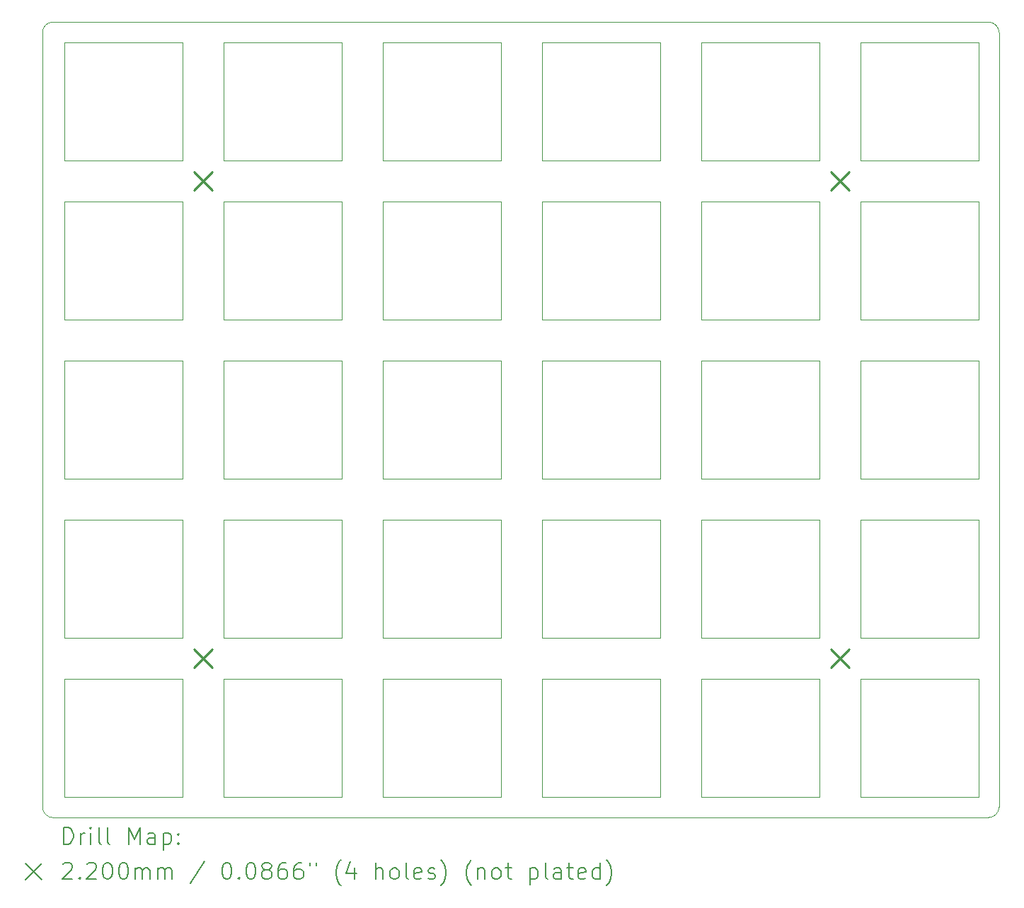
<source format=gbr>
%TF.GenerationSoftware,KiCad,Pcbnew,7.0.5*%
%TF.CreationDate,2024-09-25T00:21:01+08:00*%
%TF.ProjectId,TPS,5450532e-6b69-4636-9164-5f7063625858,rev?*%
%TF.SameCoordinates,Original*%
%TF.FileFunction,Drillmap*%
%TF.FilePolarity,Positive*%
%FSLAX45Y45*%
G04 Gerber Fmt 4.5, Leading zero omitted, Abs format (unit mm)*
G04 Created by KiCad (PCBNEW 7.0.5) date 2024-09-25 00:21:01*
%MOMM*%
%LPD*%
G01*
G04 APERTURE LIST*
%ADD10C,0.120000*%
%ADD11C,0.200000*%
%ADD12C,0.220000*%
G04 APERTURE END LIST*
D10*
X10965000Y-10767500D02*
X12375000Y-10767500D01*
X12375000Y-12177500D01*
X10965000Y-12177500D01*
X10965000Y-10767500D01*
X16680000Y-10767500D02*
X18090000Y-10767500D01*
X18090000Y-12177500D01*
X16680000Y-12177500D01*
X16680000Y-10767500D01*
X9060000Y-10767500D02*
X10470000Y-10767500D01*
X10470000Y-12177500D01*
X9060000Y-12177500D01*
X9060000Y-10767500D01*
X14775000Y-10767500D02*
X16185000Y-10767500D01*
X16185000Y-12177500D01*
X14775000Y-12177500D01*
X14775000Y-10767500D01*
X12870000Y-10767500D02*
X14280000Y-10767500D01*
X14280000Y-12177500D01*
X12870000Y-12177500D01*
X12870000Y-10767500D01*
X18585000Y-10767500D02*
X19995000Y-10767500D01*
X19995000Y-12177500D01*
X18585000Y-12177500D01*
X18585000Y-10767500D01*
X14775000Y-6957500D02*
X16185000Y-6957500D01*
X16185000Y-8367500D01*
X14775000Y-8367500D01*
X14775000Y-6957500D01*
X12870000Y-5052500D02*
X14280000Y-5052500D01*
X14280000Y-6462500D01*
X12870000Y-6462500D01*
X12870000Y-5052500D01*
X14775000Y-8862500D02*
X16185000Y-8862500D01*
X16185000Y-10272500D01*
X14775000Y-10272500D01*
X14775000Y-8862500D01*
X16680000Y-6957500D02*
X18090000Y-6957500D01*
X18090000Y-8367500D01*
X16680000Y-8367500D01*
X16680000Y-6957500D01*
X16680000Y-5052500D02*
X18090000Y-5052500D01*
X18090000Y-6462500D01*
X16680000Y-6462500D01*
X16680000Y-5052500D01*
X9060000Y-8862500D02*
X10470000Y-8862500D01*
X10470000Y-10272500D01*
X9060000Y-10272500D01*
X9060000Y-8862500D01*
X18585000Y-8862500D02*
X19995000Y-8862500D01*
X19995000Y-10272500D01*
X18585000Y-10272500D01*
X18585000Y-8862500D01*
X18585000Y-3147500D02*
X19995000Y-3147500D01*
X19995000Y-4557500D01*
X18585000Y-4557500D01*
X18585000Y-3147500D01*
X12870000Y-3147500D02*
X14280000Y-3147500D01*
X14280000Y-4557500D01*
X12870000Y-4557500D01*
X12870000Y-3147500D01*
X12870000Y-8862500D02*
X14280000Y-8862500D01*
X14280000Y-10272500D01*
X12870000Y-10272500D01*
X12870000Y-8862500D01*
X14775000Y-3147500D02*
X16185000Y-3147500D01*
X16185000Y-4557500D01*
X14775000Y-4557500D01*
X14775000Y-3147500D01*
X16680000Y-3147500D02*
X18090000Y-3147500D01*
X18090000Y-4557500D01*
X16680000Y-4557500D01*
X16680000Y-3147500D01*
X10965000Y-3147500D02*
X12375000Y-3147500D01*
X12375000Y-4557500D01*
X10965000Y-4557500D01*
X10965000Y-3147500D01*
X9060000Y-6957500D02*
X10470000Y-6957500D01*
X10470000Y-8367500D01*
X9060000Y-8367500D01*
X9060000Y-6957500D01*
X20115500Y-2900000D02*
X8924500Y-2900000D01*
X8797500Y-12298000D02*
G75*
G03*
X8924500Y-12425000I127000J0D01*
G01*
X14775000Y-5052500D02*
X16185000Y-5052500D01*
X16185000Y-6462500D01*
X14775000Y-6462500D01*
X14775000Y-5052500D01*
X18585000Y-5052500D02*
X19995000Y-5052500D01*
X19995000Y-6462500D01*
X18585000Y-6462500D01*
X18585000Y-5052500D01*
X12870000Y-6957500D02*
X14280000Y-6957500D01*
X14280000Y-8367500D01*
X12870000Y-8367500D01*
X12870000Y-6957500D01*
X9060000Y-3147500D02*
X10470000Y-3147500D01*
X10470000Y-4557500D01*
X9060000Y-4557500D01*
X9060000Y-3147500D01*
X8924500Y-2900000D02*
G75*
G03*
X8797500Y-3027000I0J-127000D01*
G01*
X20242500Y-12298000D02*
X20242500Y-3027000D01*
X20115500Y-12425000D02*
X8924500Y-12425000D01*
X8797500Y-3027000D02*
X8797500Y-12298000D01*
X20115500Y-12425000D02*
G75*
G03*
X20242500Y-12298000I0J127000D01*
G01*
X10965000Y-5052500D02*
X12375000Y-5052500D01*
X12375000Y-6462500D01*
X10965000Y-6462500D01*
X10965000Y-5052500D01*
X16680000Y-8862500D02*
X18090000Y-8862500D01*
X18090000Y-10272500D01*
X16680000Y-10272500D01*
X16680000Y-8862500D01*
X20242500Y-3027000D02*
G75*
G03*
X20115500Y-2900000I-127000J0D01*
G01*
X18585000Y-6957500D02*
X19995000Y-6957500D01*
X19995000Y-8367500D01*
X18585000Y-8367500D01*
X18585000Y-6957500D01*
X10965000Y-6957500D02*
X12375000Y-6957500D01*
X12375000Y-8367500D01*
X10965000Y-8367500D01*
X10965000Y-6957500D01*
X9060000Y-5052500D02*
X10470000Y-5052500D01*
X10470000Y-6462500D01*
X9060000Y-6462500D01*
X9060000Y-5052500D01*
X10965000Y-8862500D02*
X12375000Y-8862500D01*
X12375000Y-10272500D01*
X10965000Y-10272500D01*
X10965000Y-8862500D01*
D11*
D12*
X10607500Y-4695000D02*
X10827500Y-4915000D01*
X10827500Y-4695000D02*
X10607500Y-4915000D01*
X10607500Y-10410000D02*
X10827500Y-10630000D01*
X10827500Y-10410000D02*
X10607500Y-10630000D01*
X18227500Y-4695000D02*
X18447500Y-4915000D01*
X18447500Y-4695000D02*
X18227500Y-4915000D01*
X18227500Y-10410000D02*
X18447500Y-10630000D01*
X18447500Y-10410000D02*
X18227500Y-10630000D01*
D11*
X9052277Y-12742484D02*
X9052277Y-12542484D01*
X9052277Y-12542484D02*
X9099896Y-12542484D01*
X9099896Y-12542484D02*
X9128467Y-12552008D01*
X9128467Y-12552008D02*
X9147515Y-12571055D01*
X9147515Y-12571055D02*
X9157039Y-12590103D01*
X9157039Y-12590103D02*
X9166563Y-12628198D01*
X9166563Y-12628198D02*
X9166563Y-12656769D01*
X9166563Y-12656769D02*
X9157039Y-12694865D01*
X9157039Y-12694865D02*
X9147515Y-12713912D01*
X9147515Y-12713912D02*
X9128467Y-12732960D01*
X9128467Y-12732960D02*
X9099896Y-12742484D01*
X9099896Y-12742484D02*
X9052277Y-12742484D01*
X9252277Y-12742484D02*
X9252277Y-12609150D01*
X9252277Y-12647246D02*
X9261801Y-12628198D01*
X9261801Y-12628198D02*
X9271324Y-12618674D01*
X9271324Y-12618674D02*
X9290372Y-12609150D01*
X9290372Y-12609150D02*
X9309420Y-12609150D01*
X9376086Y-12742484D02*
X9376086Y-12609150D01*
X9376086Y-12542484D02*
X9366563Y-12552008D01*
X9366563Y-12552008D02*
X9376086Y-12561531D01*
X9376086Y-12561531D02*
X9385610Y-12552008D01*
X9385610Y-12552008D02*
X9376086Y-12542484D01*
X9376086Y-12542484D02*
X9376086Y-12561531D01*
X9499896Y-12742484D02*
X9480848Y-12732960D01*
X9480848Y-12732960D02*
X9471324Y-12713912D01*
X9471324Y-12713912D02*
X9471324Y-12542484D01*
X9604658Y-12742484D02*
X9585610Y-12732960D01*
X9585610Y-12732960D02*
X9576086Y-12713912D01*
X9576086Y-12713912D02*
X9576086Y-12542484D01*
X9833229Y-12742484D02*
X9833229Y-12542484D01*
X9833229Y-12542484D02*
X9899896Y-12685341D01*
X9899896Y-12685341D02*
X9966563Y-12542484D01*
X9966563Y-12542484D02*
X9966563Y-12742484D01*
X10147515Y-12742484D02*
X10147515Y-12637722D01*
X10147515Y-12637722D02*
X10137991Y-12618674D01*
X10137991Y-12618674D02*
X10118944Y-12609150D01*
X10118944Y-12609150D02*
X10080848Y-12609150D01*
X10080848Y-12609150D02*
X10061801Y-12618674D01*
X10147515Y-12732960D02*
X10128467Y-12742484D01*
X10128467Y-12742484D02*
X10080848Y-12742484D01*
X10080848Y-12742484D02*
X10061801Y-12732960D01*
X10061801Y-12732960D02*
X10052277Y-12713912D01*
X10052277Y-12713912D02*
X10052277Y-12694865D01*
X10052277Y-12694865D02*
X10061801Y-12675817D01*
X10061801Y-12675817D02*
X10080848Y-12666293D01*
X10080848Y-12666293D02*
X10128467Y-12666293D01*
X10128467Y-12666293D02*
X10147515Y-12656769D01*
X10242753Y-12609150D02*
X10242753Y-12809150D01*
X10242753Y-12618674D02*
X10261801Y-12609150D01*
X10261801Y-12609150D02*
X10299896Y-12609150D01*
X10299896Y-12609150D02*
X10318944Y-12618674D01*
X10318944Y-12618674D02*
X10328467Y-12628198D01*
X10328467Y-12628198D02*
X10337991Y-12647246D01*
X10337991Y-12647246D02*
X10337991Y-12704388D01*
X10337991Y-12704388D02*
X10328467Y-12723436D01*
X10328467Y-12723436D02*
X10318944Y-12732960D01*
X10318944Y-12732960D02*
X10299896Y-12742484D01*
X10299896Y-12742484D02*
X10261801Y-12742484D01*
X10261801Y-12742484D02*
X10242753Y-12732960D01*
X10423705Y-12723436D02*
X10433229Y-12732960D01*
X10433229Y-12732960D02*
X10423705Y-12742484D01*
X10423705Y-12742484D02*
X10414182Y-12732960D01*
X10414182Y-12732960D02*
X10423705Y-12723436D01*
X10423705Y-12723436D02*
X10423705Y-12742484D01*
X10423705Y-12618674D02*
X10433229Y-12628198D01*
X10433229Y-12628198D02*
X10423705Y-12637722D01*
X10423705Y-12637722D02*
X10414182Y-12628198D01*
X10414182Y-12628198D02*
X10423705Y-12618674D01*
X10423705Y-12618674D02*
X10423705Y-12637722D01*
X8591500Y-12971000D02*
X8791500Y-13171000D01*
X8791500Y-12971000D02*
X8591500Y-13171000D01*
X9042753Y-12981531D02*
X9052277Y-12972008D01*
X9052277Y-12972008D02*
X9071324Y-12962484D01*
X9071324Y-12962484D02*
X9118944Y-12962484D01*
X9118944Y-12962484D02*
X9137991Y-12972008D01*
X9137991Y-12972008D02*
X9147515Y-12981531D01*
X9147515Y-12981531D02*
X9157039Y-13000579D01*
X9157039Y-13000579D02*
X9157039Y-13019627D01*
X9157039Y-13019627D02*
X9147515Y-13048198D01*
X9147515Y-13048198D02*
X9033229Y-13162484D01*
X9033229Y-13162484D02*
X9157039Y-13162484D01*
X9242753Y-13143436D02*
X9252277Y-13152960D01*
X9252277Y-13152960D02*
X9242753Y-13162484D01*
X9242753Y-13162484D02*
X9233229Y-13152960D01*
X9233229Y-13152960D02*
X9242753Y-13143436D01*
X9242753Y-13143436D02*
X9242753Y-13162484D01*
X9328467Y-12981531D02*
X9337991Y-12972008D01*
X9337991Y-12972008D02*
X9357039Y-12962484D01*
X9357039Y-12962484D02*
X9404658Y-12962484D01*
X9404658Y-12962484D02*
X9423705Y-12972008D01*
X9423705Y-12972008D02*
X9433229Y-12981531D01*
X9433229Y-12981531D02*
X9442753Y-13000579D01*
X9442753Y-13000579D02*
X9442753Y-13019627D01*
X9442753Y-13019627D02*
X9433229Y-13048198D01*
X9433229Y-13048198D02*
X9318944Y-13162484D01*
X9318944Y-13162484D02*
X9442753Y-13162484D01*
X9566563Y-12962484D02*
X9585610Y-12962484D01*
X9585610Y-12962484D02*
X9604658Y-12972008D01*
X9604658Y-12972008D02*
X9614182Y-12981531D01*
X9614182Y-12981531D02*
X9623705Y-13000579D01*
X9623705Y-13000579D02*
X9633229Y-13038674D01*
X9633229Y-13038674D02*
X9633229Y-13086293D01*
X9633229Y-13086293D02*
X9623705Y-13124388D01*
X9623705Y-13124388D02*
X9614182Y-13143436D01*
X9614182Y-13143436D02*
X9604658Y-13152960D01*
X9604658Y-13152960D02*
X9585610Y-13162484D01*
X9585610Y-13162484D02*
X9566563Y-13162484D01*
X9566563Y-13162484D02*
X9547515Y-13152960D01*
X9547515Y-13152960D02*
X9537991Y-13143436D01*
X9537991Y-13143436D02*
X9528467Y-13124388D01*
X9528467Y-13124388D02*
X9518944Y-13086293D01*
X9518944Y-13086293D02*
X9518944Y-13038674D01*
X9518944Y-13038674D02*
X9528467Y-13000579D01*
X9528467Y-13000579D02*
X9537991Y-12981531D01*
X9537991Y-12981531D02*
X9547515Y-12972008D01*
X9547515Y-12972008D02*
X9566563Y-12962484D01*
X9757039Y-12962484D02*
X9776086Y-12962484D01*
X9776086Y-12962484D02*
X9795134Y-12972008D01*
X9795134Y-12972008D02*
X9804658Y-12981531D01*
X9804658Y-12981531D02*
X9814182Y-13000579D01*
X9814182Y-13000579D02*
X9823705Y-13038674D01*
X9823705Y-13038674D02*
X9823705Y-13086293D01*
X9823705Y-13086293D02*
X9814182Y-13124388D01*
X9814182Y-13124388D02*
X9804658Y-13143436D01*
X9804658Y-13143436D02*
X9795134Y-13152960D01*
X9795134Y-13152960D02*
X9776086Y-13162484D01*
X9776086Y-13162484D02*
X9757039Y-13162484D01*
X9757039Y-13162484D02*
X9737991Y-13152960D01*
X9737991Y-13152960D02*
X9728467Y-13143436D01*
X9728467Y-13143436D02*
X9718944Y-13124388D01*
X9718944Y-13124388D02*
X9709420Y-13086293D01*
X9709420Y-13086293D02*
X9709420Y-13038674D01*
X9709420Y-13038674D02*
X9718944Y-13000579D01*
X9718944Y-13000579D02*
X9728467Y-12981531D01*
X9728467Y-12981531D02*
X9737991Y-12972008D01*
X9737991Y-12972008D02*
X9757039Y-12962484D01*
X9909420Y-13162484D02*
X9909420Y-13029150D01*
X9909420Y-13048198D02*
X9918944Y-13038674D01*
X9918944Y-13038674D02*
X9937991Y-13029150D01*
X9937991Y-13029150D02*
X9966563Y-13029150D01*
X9966563Y-13029150D02*
X9985610Y-13038674D01*
X9985610Y-13038674D02*
X9995134Y-13057722D01*
X9995134Y-13057722D02*
X9995134Y-13162484D01*
X9995134Y-13057722D02*
X10004658Y-13038674D01*
X10004658Y-13038674D02*
X10023705Y-13029150D01*
X10023705Y-13029150D02*
X10052277Y-13029150D01*
X10052277Y-13029150D02*
X10071325Y-13038674D01*
X10071325Y-13038674D02*
X10080848Y-13057722D01*
X10080848Y-13057722D02*
X10080848Y-13162484D01*
X10176086Y-13162484D02*
X10176086Y-13029150D01*
X10176086Y-13048198D02*
X10185610Y-13038674D01*
X10185610Y-13038674D02*
X10204658Y-13029150D01*
X10204658Y-13029150D02*
X10233229Y-13029150D01*
X10233229Y-13029150D02*
X10252277Y-13038674D01*
X10252277Y-13038674D02*
X10261801Y-13057722D01*
X10261801Y-13057722D02*
X10261801Y-13162484D01*
X10261801Y-13057722D02*
X10271325Y-13038674D01*
X10271325Y-13038674D02*
X10290372Y-13029150D01*
X10290372Y-13029150D02*
X10318944Y-13029150D01*
X10318944Y-13029150D02*
X10337991Y-13038674D01*
X10337991Y-13038674D02*
X10347515Y-13057722D01*
X10347515Y-13057722D02*
X10347515Y-13162484D01*
X10737991Y-12952960D02*
X10566563Y-13210103D01*
X10995134Y-12962484D02*
X11014182Y-12962484D01*
X11014182Y-12962484D02*
X11033229Y-12972008D01*
X11033229Y-12972008D02*
X11042753Y-12981531D01*
X11042753Y-12981531D02*
X11052277Y-13000579D01*
X11052277Y-13000579D02*
X11061801Y-13038674D01*
X11061801Y-13038674D02*
X11061801Y-13086293D01*
X11061801Y-13086293D02*
X11052277Y-13124388D01*
X11052277Y-13124388D02*
X11042753Y-13143436D01*
X11042753Y-13143436D02*
X11033229Y-13152960D01*
X11033229Y-13152960D02*
X11014182Y-13162484D01*
X11014182Y-13162484D02*
X10995134Y-13162484D01*
X10995134Y-13162484D02*
X10976087Y-13152960D01*
X10976087Y-13152960D02*
X10966563Y-13143436D01*
X10966563Y-13143436D02*
X10957039Y-13124388D01*
X10957039Y-13124388D02*
X10947515Y-13086293D01*
X10947515Y-13086293D02*
X10947515Y-13038674D01*
X10947515Y-13038674D02*
X10957039Y-13000579D01*
X10957039Y-13000579D02*
X10966563Y-12981531D01*
X10966563Y-12981531D02*
X10976087Y-12972008D01*
X10976087Y-12972008D02*
X10995134Y-12962484D01*
X11147515Y-13143436D02*
X11157039Y-13152960D01*
X11157039Y-13152960D02*
X11147515Y-13162484D01*
X11147515Y-13162484D02*
X11137991Y-13152960D01*
X11137991Y-13152960D02*
X11147515Y-13143436D01*
X11147515Y-13143436D02*
X11147515Y-13162484D01*
X11280848Y-12962484D02*
X11299896Y-12962484D01*
X11299896Y-12962484D02*
X11318944Y-12972008D01*
X11318944Y-12972008D02*
X11328467Y-12981531D01*
X11328467Y-12981531D02*
X11337991Y-13000579D01*
X11337991Y-13000579D02*
X11347515Y-13038674D01*
X11347515Y-13038674D02*
X11347515Y-13086293D01*
X11347515Y-13086293D02*
X11337991Y-13124388D01*
X11337991Y-13124388D02*
X11328467Y-13143436D01*
X11328467Y-13143436D02*
X11318944Y-13152960D01*
X11318944Y-13152960D02*
X11299896Y-13162484D01*
X11299896Y-13162484D02*
X11280848Y-13162484D01*
X11280848Y-13162484D02*
X11261801Y-13152960D01*
X11261801Y-13152960D02*
X11252277Y-13143436D01*
X11252277Y-13143436D02*
X11242753Y-13124388D01*
X11242753Y-13124388D02*
X11233229Y-13086293D01*
X11233229Y-13086293D02*
X11233229Y-13038674D01*
X11233229Y-13038674D02*
X11242753Y-13000579D01*
X11242753Y-13000579D02*
X11252277Y-12981531D01*
X11252277Y-12981531D02*
X11261801Y-12972008D01*
X11261801Y-12972008D02*
X11280848Y-12962484D01*
X11461801Y-13048198D02*
X11442753Y-13038674D01*
X11442753Y-13038674D02*
X11433229Y-13029150D01*
X11433229Y-13029150D02*
X11423706Y-13010103D01*
X11423706Y-13010103D02*
X11423706Y-13000579D01*
X11423706Y-13000579D02*
X11433229Y-12981531D01*
X11433229Y-12981531D02*
X11442753Y-12972008D01*
X11442753Y-12972008D02*
X11461801Y-12962484D01*
X11461801Y-12962484D02*
X11499896Y-12962484D01*
X11499896Y-12962484D02*
X11518944Y-12972008D01*
X11518944Y-12972008D02*
X11528467Y-12981531D01*
X11528467Y-12981531D02*
X11537991Y-13000579D01*
X11537991Y-13000579D02*
X11537991Y-13010103D01*
X11537991Y-13010103D02*
X11528467Y-13029150D01*
X11528467Y-13029150D02*
X11518944Y-13038674D01*
X11518944Y-13038674D02*
X11499896Y-13048198D01*
X11499896Y-13048198D02*
X11461801Y-13048198D01*
X11461801Y-13048198D02*
X11442753Y-13057722D01*
X11442753Y-13057722D02*
X11433229Y-13067246D01*
X11433229Y-13067246D02*
X11423706Y-13086293D01*
X11423706Y-13086293D02*
X11423706Y-13124388D01*
X11423706Y-13124388D02*
X11433229Y-13143436D01*
X11433229Y-13143436D02*
X11442753Y-13152960D01*
X11442753Y-13152960D02*
X11461801Y-13162484D01*
X11461801Y-13162484D02*
X11499896Y-13162484D01*
X11499896Y-13162484D02*
X11518944Y-13152960D01*
X11518944Y-13152960D02*
X11528467Y-13143436D01*
X11528467Y-13143436D02*
X11537991Y-13124388D01*
X11537991Y-13124388D02*
X11537991Y-13086293D01*
X11537991Y-13086293D02*
X11528467Y-13067246D01*
X11528467Y-13067246D02*
X11518944Y-13057722D01*
X11518944Y-13057722D02*
X11499896Y-13048198D01*
X11709420Y-12962484D02*
X11671325Y-12962484D01*
X11671325Y-12962484D02*
X11652277Y-12972008D01*
X11652277Y-12972008D02*
X11642753Y-12981531D01*
X11642753Y-12981531D02*
X11623706Y-13010103D01*
X11623706Y-13010103D02*
X11614182Y-13048198D01*
X11614182Y-13048198D02*
X11614182Y-13124388D01*
X11614182Y-13124388D02*
X11623706Y-13143436D01*
X11623706Y-13143436D02*
X11633229Y-13152960D01*
X11633229Y-13152960D02*
X11652277Y-13162484D01*
X11652277Y-13162484D02*
X11690372Y-13162484D01*
X11690372Y-13162484D02*
X11709420Y-13152960D01*
X11709420Y-13152960D02*
X11718944Y-13143436D01*
X11718944Y-13143436D02*
X11728467Y-13124388D01*
X11728467Y-13124388D02*
X11728467Y-13076769D01*
X11728467Y-13076769D02*
X11718944Y-13057722D01*
X11718944Y-13057722D02*
X11709420Y-13048198D01*
X11709420Y-13048198D02*
X11690372Y-13038674D01*
X11690372Y-13038674D02*
X11652277Y-13038674D01*
X11652277Y-13038674D02*
X11633229Y-13048198D01*
X11633229Y-13048198D02*
X11623706Y-13057722D01*
X11623706Y-13057722D02*
X11614182Y-13076769D01*
X11899896Y-12962484D02*
X11861801Y-12962484D01*
X11861801Y-12962484D02*
X11842753Y-12972008D01*
X11842753Y-12972008D02*
X11833229Y-12981531D01*
X11833229Y-12981531D02*
X11814182Y-13010103D01*
X11814182Y-13010103D02*
X11804658Y-13048198D01*
X11804658Y-13048198D02*
X11804658Y-13124388D01*
X11804658Y-13124388D02*
X11814182Y-13143436D01*
X11814182Y-13143436D02*
X11823706Y-13152960D01*
X11823706Y-13152960D02*
X11842753Y-13162484D01*
X11842753Y-13162484D02*
X11880848Y-13162484D01*
X11880848Y-13162484D02*
X11899896Y-13152960D01*
X11899896Y-13152960D02*
X11909420Y-13143436D01*
X11909420Y-13143436D02*
X11918944Y-13124388D01*
X11918944Y-13124388D02*
X11918944Y-13076769D01*
X11918944Y-13076769D02*
X11909420Y-13057722D01*
X11909420Y-13057722D02*
X11899896Y-13048198D01*
X11899896Y-13048198D02*
X11880848Y-13038674D01*
X11880848Y-13038674D02*
X11842753Y-13038674D01*
X11842753Y-13038674D02*
X11823706Y-13048198D01*
X11823706Y-13048198D02*
X11814182Y-13057722D01*
X11814182Y-13057722D02*
X11804658Y-13076769D01*
X11995134Y-12962484D02*
X11995134Y-13000579D01*
X12071325Y-12962484D02*
X12071325Y-13000579D01*
X12366563Y-13238674D02*
X12357039Y-13229150D01*
X12357039Y-13229150D02*
X12337991Y-13200579D01*
X12337991Y-13200579D02*
X12328468Y-13181531D01*
X12328468Y-13181531D02*
X12318944Y-13152960D01*
X12318944Y-13152960D02*
X12309420Y-13105341D01*
X12309420Y-13105341D02*
X12309420Y-13067246D01*
X12309420Y-13067246D02*
X12318944Y-13019627D01*
X12318944Y-13019627D02*
X12328468Y-12991055D01*
X12328468Y-12991055D02*
X12337991Y-12972008D01*
X12337991Y-12972008D02*
X12357039Y-12943436D01*
X12357039Y-12943436D02*
X12366563Y-12933912D01*
X12528468Y-13029150D02*
X12528468Y-13162484D01*
X12480848Y-12952960D02*
X12433229Y-13095817D01*
X12433229Y-13095817D02*
X12557039Y-13095817D01*
X12785610Y-13162484D02*
X12785610Y-12962484D01*
X12871325Y-13162484D02*
X12871325Y-13057722D01*
X12871325Y-13057722D02*
X12861801Y-13038674D01*
X12861801Y-13038674D02*
X12842753Y-13029150D01*
X12842753Y-13029150D02*
X12814182Y-13029150D01*
X12814182Y-13029150D02*
X12795134Y-13038674D01*
X12795134Y-13038674D02*
X12785610Y-13048198D01*
X12995134Y-13162484D02*
X12976087Y-13152960D01*
X12976087Y-13152960D02*
X12966563Y-13143436D01*
X12966563Y-13143436D02*
X12957039Y-13124388D01*
X12957039Y-13124388D02*
X12957039Y-13067246D01*
X12957039Y-13067246D02*
X12966563Y-13048198D01*
X12966563Y-13048198D02*
X12976087Y-13038674D01*
X12976087Y-13038674D02*
X12995134Y-13029150D01*
X12995134Y-13029150D02*
X13023706Y-13029150D01*
X13023706Y-13029150D02*
X13042753Y-13038674D01*
X13042753Y-13038674D02*
X13052277Y-13048198D01*
X13052277Y-13048198D02*
X13061801Y-13067246D01*
X13061801Y-13067246D02*
X13061801Y-13124388D01*
X13061801Y-13124388D02*
X13052277Y-13143436D01*
X13052277Y-13143436D02*
X13042753Y-13152960D01*
X13042753Y-13152960D02*
X13023706Y-13162484D01*
X13023706Y-13162484D02*
X12995134Y-13162484D01*
X13176087Y-13162484D02*
X13157039Y-13152960D01*
X13157039Y-13152960D02*
X13147515Y-13133912D01*
X13147515Y-13133912D02*
X13147515Y-12962484D01*
X13328468Y-13152960D02*
X13309420Y-13162484D01*
X13309420Y-13162484D02*
X13271325Y-13162484D01*
X13271325Y-13162484D02*
X13252277Y-13152960D01*
X13252277Y-13152960D02*
X13242753Y-13133912D01*
X13242753Y-13133912D02*
X13242753Y-13057722D01*
X13242753Y-13057722D02*
X13252277Y-13038674D01*
X13252277Y-13038674D02*
X13271325Y-13029150D01*
X13271325Y-13029150D02*
X13309420Y-13029150D01*
X13309420Y-13029150D02*
X13328468Y-13038674D01*
X13328468Y-13038674D02*
X13337991Y-13057722D01*
X13337991Y-13057722D02*
X13337991Y-13076769D01*
X13337991Y-13076769D02*
X13242753Y-13095817D01*
X13414182Y-13152960D02*
X13433230Y-13162484D01*
X13433230Y-13162484D02*
X13471325Y-13162484D01*
X13471325Y-13162484D02*
X13490372Y-13152960D01*
X13490372Y-13152960D02*
X13499896Y-13133912D01*
X13499896Y-13133912D02*
X13499896Y-13124388D01*
X13499896Y-13124388D02*
X13490372Y-13105341D01*
X13490372Y-13105341D02*
X13471325Y-13095817D01*
X13471325Y-13095817D02*
X13442753Y-13095817D01*
X13442753Y-13095817D02*
X13423706Y-13086293D01*
X13423706Y-13086293D02*
X13414182Y-13067246D01*
X13414182Y-13067246D02*
X13414182Y-13057722D01*
X13414182Y-13057722D02*
X13423706Y-13038674D01*
X13423706Y-13038674D02*
X13442753Y-13029150D01*
X13442753Y-13029150D02*
X13471325Y-13029150D01*
X13471325Y-13029150D02*
X13490372Y-13038674D01*
X13566563Y-13238674D02*
X13576087Y-13229150D01*
X13576087Y-13229150D02*
X13595134Y-13200579D01*
X13595134Y-13200579D02*
X13604658Y-13181531D01*
X13604658Y-13181531D02*
X13614182Y-13152960D01*
X13614182Y-13152960D02*
X13623706Y-13105341D01*
X13623706Y-13105341D02*
X13623706Y-13067246D01*
X13623706Y-13067246D02*
X13614182Y-13019627D01*
X13614182Y-13019627D02*
X13604658Y-12991055D01*
X13604658Y-12991055D02*
X13595134Y-12972008D01*
X13595134Y-12972008D02*
X13576087Y-12943436D01*
X13576087Y-12943436D02*
X13566563Y-12933912D01*
X13928468Y-13238674D02*
X13918944Y-13229150D01*
X13918944Y-13229150D02*
X13899896Y-13200579D01*
X13899896Y-13200579D02*
X13890372Y-13181531D01*
X13890372Y-13181531D02*
X13880849Y-13152960D01*
X13880849Y-13152960D02*
X13871325Y-13105341D01*
X13871325Y-13105341D02*
X13871325Y-13067246D01*
X13871325Y-13067246D02*
X13880849Y-13019627D01*
X13880849Y-13019627D02*
X13890372Y-12991055D01*
X13890372Y-12991055D02*
X13899896Y-12972008D01*
X13899896Y-12972008D02*
X13918944Y-12943436D01*
X13918944Y-12943436D02*
X13928468Y-12933912D01*
X14004658Y-13029150D02*
X14004658Y-13162484D01*
X14004658Y-13048198D02*
X14014182Y-13038674D01*
X14014182Y-13038674D02*
X14033230Y-13029150D01*
X14033230Y-13029150D02*
X14061801Y-13029150D01*
X14061801Y-13029150D02*
X14080849Y-13038674D01*
X14080849Y-13038674D02*
X14090372Y-13057722D01*
X14090372Y-13057722D02*
X14090372Y-13162484D01*
X14214182Y-13162484D02*
X14195134Y-13152960D01*
X14195134Y-13152960D02*
X14185611Y-13143436D01*
X14185611Y-13143436D02*
X14176087Y-13124388D01*
X14176087Y-13124388D02*
X14176087Y-13067246D01*
X14176087Y-13067246D02*
X14185611Y-13048198D01*
X14185611Y-13048198D02*
X14195134Y-13038674D01*
X14195134Y-13038674D02*
X14214182Y-13029150D01*
X14214182Y-13029150D02*
X14242753Y-13029150D01*
X14242753Y-13029150D02*
X14261801Y-13038674D01*
X14261801Y-13038674D02*
X14271325Y-13048198D01*
X14271325Y-13048198D02*
X14280849Y-13067246D01*
X14280849Y-13067246D02*
X14280849Y-13124388D01*
X14280849Y-13124388D02*
X14271325Y-13143436D01*
X14271325Y-13143436D02*
X14261801Y-13152960D01*
X14261801Y-13152960D02*
X14242753Y-13162484D01*
X14242753Y-13162484D02*
X14214182Y-13162484D01*
X14337992Y-13029150D02*
X14414182Y-13029150D01*
X14366563Y-12962484D02*
X14366563Y-13133912D01*
X14366563Y-13133912D02*
X14376087Y-13152960D01*
X14376087Y-13152960D02*
X14395134Y-13162484D01*
X14395134Y-13162484D02*
X14414182Y-13162484D01*
X14633230Y-13029150D02*
X14633230Y-13229150D01*
X14633230Y-13038674D02*
X14652277Y-13029150D01*
X14652277Y-13029150D02*
X14690373Y-13029150D01*
X14690373Y-13029150D02*
X14709420Y-13038674D01*
X14709420Y-13038674D02*
X14718944Y-13048198D01*
X14718944Y-13048198D02*
X14728468Y-13067246D01*
X14728468Y-13067246D02*
X14728468Y-13124388D01*
X14728468Y-13124388D02*
X14718944Y-13143436D01*
X14718944Y-13143436D02*
X14709420Y-13152960D01*
X14709420Y-13152960D02*
X14690373Y-13162484D01*
X14690373Y-13162484D02*
X14652277Y-13162484D01*
X14652277Y-13162484D02*
X14633230Y-13152960D01*
X14842753Y-13162484D02*
X14823706Y-13152960D01*
X14823706Y-13152960D02*
X14814182Y-13133912D01*
X14814182Y-13133912D02*
X14814182Y-12962484D01*
X15004658Y-13162484D02*
X15004658Y-13057722D01*
X15004658Y-13057722D02*
X14995134Y-13038674D01*
X14995134Y-13038674D02*
X14976087Y-13029150D01*
X14976087Y-13029150D02*
X14937992Y-13029150D01*
X14937992Y-13029150D02*
X14918944Y-13038674D01*
X15004658Y-13152960D02*
X14985611Y-13162484D01*
X14985611Y-13162484D02*
X14937992Y-13162484D01*
X14937992Y-13162484D02*
X14918944Y-13152960D01*
X14918944Y-13152960D02*
X14909420Y-13133912D01*
X14909420Y-13133912D02*
X14909420Y-13114865D01*
X14909420Y-13114865D02*
X14918944Y-13095817D01*
X14918944Y-13095817D02*
X14937992Y-13086293D01*
X14937992Y-13086293D02*
X14985611Y-13086293D01*
X14985611Y-13086293D02*
X15004658Y-13076769D01*
X15071325Y-13029150D02*
X15147515Y-13029150D01*
X15099896Y-12962484D02*
X15099896Y-13133912D01*
X15099896Y-13133912D02*
X15109420Y-13152960D01*
X15109420Y-13152960D02*
X15128468Y-13162484D01*
X15128468Y-13162484D02*
X15147515Y-13162484D01*
X15290373Y-13152960D02*
X15271325Y-13162484D01*
X15271325Y-13162484D02*
X15233230Y-13162484D01*
X15233230Y-13162484D02*
X15214182Y-13152960D01*
X15214182Y-13152960D02*
X15204658Y-13133912D01*
X15204658Y-13133912D02*
X15204658Y-13057722D01*
X15204658Y-13057722D02*
X15214182Y-13038674D01*
X15214182Y-13038674D02*
X15233230Y-13029150D01*
X15233230Y-13029150D02*
X15271325Y-13029150D01*
X15271325Y-13029150D02*
X15290373Y-13038674D01*
X15290373Y-13038674D02*
X15299896Y-13057722D01*
X15299896Y-13057722D02*
X15299896Y-13076769D01*
X15299896Y-13076769D02*
X15204658Y-13095817D01*
X15471325Y-13162484D02*
X15471325Y-12962484D01*
X15471325Y-13152960D02*
X15452277Y-13162484D01*
X15452277Y-13162484D02*
X15414182Y-13162484D01*
X15414182Y-13162484D02*
X15395134Y-13152960D01*
X15395134Y-13152960D02*
X15385611Y-13143436D01*
X15385611Y-13143436D02*
X15376087Y-13124388D01*
X15376087Y-13124388D02*
X15376087Y-13067246D01*
X15376087Y-13067246D02*
X15385611Y-13048198D01*
X15385611Y-13048198D02*
X15395134Y-13038674D01*
X15395134Y-13038674D02*
X15414182Y-13029150D01*
X15414182Y-13029150D02*
X15452277Y-13029150D01*
X15452277Y-13029150D02*
X15471325Y-13038674D01*
X15547515Y-13238674D02*
X15557039Y-13229150D01*
X15557039Y-13229150D02*
X15576087Y-13200579D01*
X15576087Y-13200579D02*
X15585611Y-13181531D01*
X15585611Y-13181531D02*
X15595134Y-13152960D01*
X15595134Y-13152960D02*
X15604658Y-13105341D01*
X15604658Y-13105341D02*
X15604658Y-13067246D01*
X15604658Y-13067246D02*
X15595134Y-13019627D01*
X15595134Y-13019627D02*
X15585611Y-12991055D01*
X15585611Y-12991055D02*
X15576087Y-12972008D01*
X15576087Y-12972008D02*
X15557039Y-12943436D01*
X15557039Y-12943436D02*
X15547515Y-12933912D01*
M02*

</source>
